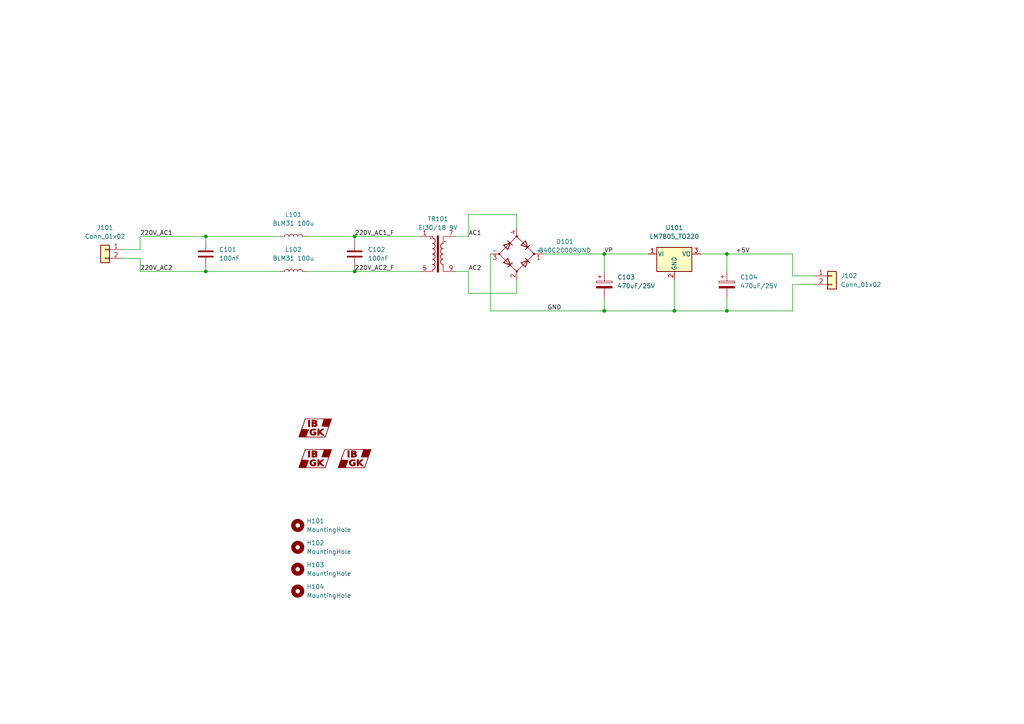
<source format=kicad_sch>
(kicad_sch (version 20211123) (generator eeschema)
  (paper "A4")
  (lib_symbols
    (symbol "00_iblogo:LOGO" (pin_names (offset 1.016))
      (symbol "LOGO_0_0"
        (polyline (pts (xy -1.524 2.6162) (xy -2.032 2.6162) (xy -2.032 0.6858) (xy -1.524 0.6858) (xy -1.524 2.6162)) (stroke (width 0.0254)) (fill (type outline)))
        (polyline (pts (xy 1.0922 -1.8288) (xy 1.1684 -1.7272) (xy 1.1938 -1.4986) (xy 1.2192 -1.143) (xy 1.6002 -1.4986) (xy 1.6764 -1.5494) (xy 1.905 -1.7526) (xy 2.1082 -1.8288) (xy 2.3114 -1.8542) (xy 2.6416 -1.8542) (xy 1.5748 -0.7874) (xy 2.0828 -0.3556) (xy 2.5654 0.0762) (xy 2.0066 0.0762) (xy 1.8034 -0.0254) (xy 1.6002 -0.2032) (xy 1.3462 -0.4572) (xy 1.2446 -0.508) (xy 1.2192 -0.508) (xy 1.1938 -0.4064) (xy 1.1684 -0.2032) (xy 1.1684 0) (xy 1.0922 0.0762) (xy 0.6604 0.0762) (xy 0.6604 -1.8542) (xy 0.9652 -1.8542) (xy 1.0922 -1.8288)) (stroke (width 0.0254)) (fill (type outline)))
        (polyline (pts (xy -0.254 -1.8288) (xy 0.0254 -1.778) (xy 0.1016 -1.7272) (xy 0.2032 -1.651) (xy 0.2286 -1.4986) (xy 0.254 -1.2192) (xy 0.254 -0.762) (xy -0.381 -0.762) (xy -0.508 -0.8128) (xy -0.508 -1.016) (xy -0.381 -1.0922) (xy -0.3302 -1.1176) (xy -0.254 -1.27) (xy -0.2794 -1.3462) (xy -0.3556 -1.4224) (xy -0.5588 -1.4478) (xy -0.7112 -1.4224) (xy -0.9398 -1.2954) (xy -1.0922 -1.0668) (xy -1.0922 -0.8128) (xy -0.9652 -0.508) (xy -0.9144 -0.4318) (xy -0.7874 -0.3556) (xy -0.6096 -0.3302) (xy -0.3302 -0.3556) (xy 0.0762 -0.3556) (xy 0.1778 -0.3048) (xy 0.2286 -0.2286) (xy 0.1778 -0.1016) (xy 0.0254 0) (xy -0.2286 0.0762) (xy -0.5334 0.0762) (xy -0.8382 0.0508) (xy -1.1176 -0.0254) (xy -1.3462 -0.2032) (xy -1.5494 -0.508) (xy -1.6256 -0.889) (xy -1.6256 -0.9144) (xy -1.5494 -1.27) (xy -1.3462 -1.5748) (xy -1.0922 -1.778) (xy -0.9398 -1.8288) (xy -0.6096 -1.8542) (xy -0.254 -1.8288)) (stroke (width 0.0254)) (fill (type outline)))
        (polyline (pts (xy 0.0254 0.7112) (xy 0.254 0.7366) (xy 0.4064 0.8382) (xy 0.4572 0.8636) (xy 0.5842 1.0922) (xy 0.5842 1.3716) (xy 0.4572 1.6002) (xy 0.4318 1.6256) (xy 0.381 1.7526) (xy 0.4572 1.905) (xy 0.5334 2.1336) (xy 0.4826 2.3622) (xy 0.2794 2.54) (xy 0.127 2.5654) (xy -0.1524 2.6162) (xy -1.016 2.6162) (xy -1.016 1.9304) (xy -0.508 1.9304) (xy -0.508 2.1844) (xy -0.4572 2.2606) (xy -0.2794 2.286) (xy -0.1016 2.2098) (xy -0.0508 2.0828) (xy -0.1016 1.9558) (xy -0.2794 1.8796) (xy -0.381 1.8796) (xy -0.508 1.9304) (xy -1.016 1.9304) (xy -1.016 1.0922) (xy -0.508 1.0922) (xy -0.508 1.4478) (xy -0.4318 1.524) (xy -0.254 1.524) (xy -0.127 1.4986) (xy 0 1.4224) (xy 0.0254 1.27) (xy 0.0254 1.1684) (xy -0.0508 1.0668) (xy -0.254 1.0414) (xy -0.4318 1.0414) (xy -0.508 1.0922) (xy -1.016 1.0922) (xy -1.016 0.6858) (xy -0.3302 0.6858) (xy 0.0254 0.7112)) (stroke (width 0.0254)) (fill (type outline)))
        (polyline (pts (xy 3.8354 0.2794) (xy 3.9878 0.6858) (xy 4.191 1.2954) (xy 4.3942 1.8288) (xy 4.5466 2.286) (xy 4.6736 2.6416) (xy 4.7752 2.8956) (xy 4.8006 2.9718) (xy 4.7498 2.9972) (xy 4.5466 2.9972) (xy 4.2164 3.0226) (xy 0.9398 3.0226) (xy -2.921 2.9972) (xy -3.8862 0.381) (xy -4.0386 -0.0254) (xy -4.0386 -0.0508) (xy -3.8862 -0.0508) (xy -3.3528 1.4478) (xy -2.8448 2.921) (xy -0.1524 2.9464) (xy 1.8288 2.9464) (xy 2.2098 2.921) (xy 2.4384 2.921) (xy 2.54 2.8956) (xy 2.5146 2.8956) (xy 2.4892 2.7686) (xy 2.4384 2.54) (xy 2.3114 2.2098) (xy 2.1844 1.8288) (xy 2.1844 1.8034) (xy 2.0574 1.4478) (xy 1.9558 1.1176) (xy 1.8796 0.9144) (xy 1.8542 0.8128) (xy 1.9304 0.7874) (xy 2.159 0.7874) (xy 2.4638 0.762) (xy 2.8702 0.7366) (xy 3.8608 0.7112) (xy 3.3528 -0.762) (xy 2.8194 -2.2352) (xy 0.1016 -2.2606) (xy -2.3368 -2.2606) (xy -2.5654 -2.2352) (xy -2.6416 -2.2352) (xy -2.6416 -2.2098) (xy -2.5908 -2.1082) (xy -2.5146 -1.8542) (xy -2.413 -1.5494) (xy -2.286 -1.1938) (xy -2.1336 -0.8382) (xy -2.0066 -0.508) (xy -1.905 -0.2286) (xy -1.905 -0.1524) (xy -1.9812 -0.1016) (xy -2.159 -0.1016) (xy -2.4384 -0.0762) (xy -2.8702 -0.0508) (xy -3.8862 -0.0508) (xy -4.0386 -0.0508) (xy -4.2418 -0.635) (xy -4.445 -1.1684) (xy -4.5974 -1.6256) (xy -4.7244 -1.9812) (xy -4.8006 -2.2098) (xy -4.826 -2.3114) (xy -4.7752 -2.3114) (xy -4.572 -2.3368) (xy -3.7338 -2.3368) (xy -3.1496 -2.3622) (xy 2.921 -2.3622) (xy 3.8354 0.2794)) (stroke (width 0.0254)) (fill (type outline)))
      )
    )
    (symbol "Connector_Generic:Conn_01x02" (pin_names (offset 1.016) hide)
      (property "Reference" "J" (at 0 2.54 0))
      (property "Value" "Conn_01x02" (at 0 -5.08 0))
      (symbol "Conn_01x02_1_1"
        (rectangle (start -1.27 -2.413) (end 0 -2.667) (stroke (width 0.1524)))
        (rectangle (start -1.27 0.127) (end 0 -0.127) (stroke (width 0.1524)))
        (rectangle (start -1.27 1.27) (end 1.27 -3.81) (stroke (width 0.254)) (fill (type background)))
        (pin passive line (at -5.08 0 0) (length 3.81) (name "Pin_1") (number "1"))
        (pin passive line (at -5.08 -2.54 0) (length 3.81) (name "Pin_2") (number "2"))
      )
    )
    (symbol "Device:C" (pin_numbers hide) (pin_names (offset 0.254))
      (property "Reference" "C" (at 0.635 2.54 0))
      (property "Value" "C" (at 0.635 -2.54 0))
      (symbol "C_0_1"
        (polyline (pts (xy -2.032 -0.762) (xy 2.032 -0.762)) (stroke (width 0.508)))
        (polyline (pts (xy -2.032 0.762) (xy 2.032 0.762)) (stroke (width 0.508)))
      )
      (symbol "C_1_1"
        (pin passive line (at 0 3.81 270) (length 2.794) (name "~") (number "1"))
        (pin passive line (at 0 -3.81 90) (length 2.794) (name "~") (number "2"))
      )
    )
    (symbol "Device:C_Polarized" (pin_numbers hide) (pin_names (offset 0.254))
      (property "Reference" "C" (at 0.635 2.54 0))
      (property "Value" "C_Polarized" (at 0.635 -2.54 0))
      (symbol "C_Polarized_0_1"
        (rectangle (start -2.286 0.508) (end 2.286 1.016))
        (polyline (pts (xy -1.778 2.286) (xy -0.762 2.286)))
        (polyline (pts (xy -1.27 2.794) (xy -1.27 1.778)))
        (rectangle (start 2.286 -0.508) (end -2.286 -1.016) (fill (type outline)))
      )
      (symbol "C_Polarized_1_1"
        (pin passive line (at 0 3.81 270) (length 2.794) (name "~") (number "1"))
        (pin passive line (at 0 -3.81 90) (length 2.794) (name "~") (number "2"))
      )
    )
    (symbol "Device:D_Bridge_+A-A" (pin_names (offset 0))
      (property "Reference" "D" (at 2.54 6.985 0))
      (property "Value" "D_Bridge_+A-A" (at 2.54 5.08 0))
      (symbol "D_Bridge_+A-A_0_1"
        (circle (center -5.08 0) (radius 0.254) (fill (type outline)))
        (circle (center 0 -5.08) (radius 0.254) (fill (type outline)))
        (polyline (pts (xy -2.54 3.81) (xy -1.27 2.54)) (stroke (width 0.254)))
        (polyline (pts (xy -1.27 -2.54) (xy -2.54 -3.81)) (stroke (width 0.254)))
        (polyline (pts (xy 2.54 -1.27) (xy 3.81 -2.54)) (stroke (width 0.254)))
        (polyline (pts (xy 2.54 1.27) (xy 3.81 2.54)) (stroke (width 0.254)))
        (polyline (pts (xy -3.81 2.54) (xy -2.54 1.27) (xy -1.905 3.175) (xy -3.81 2.54)) (stroke (width 0.254)))
        (polyline (pts (xy -2.54 -1.27) (xy -3.81 -2.54) (xy -1.905 -3.175) (xy -2.54 -1.27)) (stroke (width 0.254)))
        (polyline (pts (xy 1.27 2.54) (xy 2.54 3.81) (xy 3.175 1.905) (xy 1.27 2.54)) (stroke (width 0.254)))
        (polyline (pts (xy 3.175 -1.905) (xy 1.27 -2.54) (xy 2.54 -3.81) (xy 3.175 -1.905)) (stroke (width 0.254)))
        (polyline (pts (xy -5.08 0) (xy 0 -5.08) (xy 5.08 0) (xy 0 5.08) (xy -5.08 0)))
        (circle (center 0 5.08) (radius 0.254) (fill (type outline)))
        (circle (center 5.08 0) (radius 0.254) (fill (type outline)))
      )
      (symbol "D_Bridge_+A-A_1_1"
        (pin passive line (at 7.62 0 180) (length 2.54) (name "+") (number "1"))
        (pin passive line (at 0 -7.62 90) (length 2.54) (name "~") (number "2"))
        (pin passive line (at -7.62 0 0) (length 2.54) (name "-") (number "3"))
        (pin passive line (at 0 7.62 270) (length 2.54) (name "~") (number "4"))
      )
    )
    (symbol "Device:L" (pin_numbers hide) (pin_names (offset 1.016) hide)
      (property "Reference" "L" (at -1.27 0 90))
      (property "Value" "L" (at 1.905 0 90))
      (symbol "L_0_1"
        (arc (start 0 -2.54) (mid 0.635 -1.905) (end 0 -1.27))
        (arc (start 0 -1.27) (mid 0.635 -0.635) (end 0 0))
        (arc (start 0 0) (mid 0.635 0.635) (end 0 1.27))
        (arc (start 0 1.27) (mid 0.635 1.905) (end 0 2.54))
      )
      (symbol "L_1_1"
        (pin passive line (at 0 3.81 270) (length 1.27) (name "1") (number "1"))
        (pin passive line (at 0 -3.81 90) (length 1.27) (name "2") (number "2"))
      )
    )
    (symbol "Mechanical:MountingHole" (pin_names (offset 1.016))
      (property "Reference" "H" (at 0 5.08 0))
      (property "Value" "MountingHole" (at 0 3.175 0))
      (symbol "MountingHole_0_1"
        (circle (center 0 0) (radius 1.27) (stroke (width 1.27)))
      )
    )
    (symbol "Regulator_Linear:LM7805_TO220" (pin_names (offset 0.254))
      (property "Reference" "U" (at -3.81 3.175 0))
      (property "Value" "LM7805_TO220" (at 0 3.175 0))
      (symbol "LM7805_TO220_0_1"
        (rectangle (start -5.08 1.905) (end 5.08 -5.08) (stroke (width 0.254)) (fill (type background)))
      )
      (symbol "LM7805_TO220_1_1"
        (pin power_in line (at -7.62 0 0) (length 2.54) (name "VI") (number "1"))
        (pin power_in line (at 0 -7.62 90) (length 2.54) (name "GND") (number "2"))
        (pin power_out line (at 7.62 0 180) (length 2.54) (name "VO") (number "3"))
      )
    )
    (symbol "Transformer:TEZ2.5-D-1" (pin_names (offset 0.0254))
      (property "Reference" "TR" (at 0 6.35 0))
      (property "Value" "TEZ2.5-D-1" (at 0 -6.35 0))
      (symbol "TEZ2.5-D-1_0_1"
        (circle (center -2.032 4.572) (radius 0.127))
        (arc (start -1.524 -4.572) (mid -0.762 -3.81) (end -1.524 -3.048) (stroke (width 0.2032)))
        (arc (start -1.524 -3.048) (mid -0.762 -2.286) (end -1.524 -1.524) (stroke (width 0.2032)))
        (arc (start -1.524 -1.524) (mid -0.762 -0.762) (end -1.524 0) (stroke (width 0.2032)))
        (arc (start -1.524 0) (mid -0.762 0.762) (end -1.524 1.524) (stroke (width 0.2032)))
        (arc (start -1.524 1.524) (mid -0.762 2.286) (end -1.524 3.048) (stroke (width 0.2032)))
        (arc (start -1.524 3.048) (mid -0.762 3.81) (end -1.524 4.572) (stroke (width 0.2032)))
        (rectangle (start -0.254 5.334) (end 0.254 -5.334) (stroke (width 0.0254)) (fill (type outline)))
        (polyline (pts (xy -1.524 -4.572) (xy -1.524 -5.08) (xy -2.54 -5.08)))
        (polyline (pts (xy -1.524 4.572) (xy -1.524 5.08) (xy -2.54 5.08)))
        (polyline (pts (xy 1.524 3.048) (xy 1.524 5.08) (xy 2.54 5.08) (xy 2.54 5.08)) (stroke (width 0.1524)))
        (polyline (pts (xy 2.54 -5.08) (xy 1.524 -5.08) (xy 1.524 -3.048) (xy 1.524 -3.048)) (stroke (width 0.1524)))
        (arc (start 1.524 -1.524) (mid 0.762 -2.286) (end 1.524 -3.048) (stroke (width 0.2032)))
        (arc (start 1.524 0) (mid 0.762 -0.762) (end 1.524 -1.524) (stroke (width 0.2032)))
        (arc (start 1.524 1.524) (mid 0.762 0.762) (end 1.524 0) (stroke (width 0.2032)))
        (arc (start 1.524 3.048) (mid 0.762 2.286) (end 1.524 1.524) (stroke (width 0.2032)))
        (circle (center 2.032 3.556) (radius 0.127))
      )
      (symbol "TEZ2.5-D-1_1_1"
        (pin passive line (at -5.08 5.08 0) (length 2.54) (name "~") (number "1"))
        (pin passive line (at -5.08 -5.08 0) (length 2.54) (name "~") (number "5"))
        (pin passive line (at 5.08 5.08 180) (length 2.54) (name "~") (number "7"))
        (pin passive line (at 5.08 -5.08 180) (length 2.54) (name "~") (number "9"))
      )
    )
  )
  (junction (at 102.87 78.74))
  (junction (at 102.87 68.58))
  (junction (at 195.58 90.17))
  (junction (at 175.26 90.17))
  (junction (at 59.69 68.58))
  (junction (at 59.69 78.74))
  (junction (at 210.82 90.17))
  (junction (at 175.26 73.66))
  (junction (at 210.82 73.66))
  (wire (pts (xy 195.58 81.28) (xy 195.58 90.17)))
  (wire (pts (xy 135.89 85.09) (xy 135.89 78.74)))
  (wire (pts (xy 149.86 81.28) (xy 149.86 85.09)))
  (wire (pts (xy 229.87 82.55) (xy 236.22 82.55)))
  (wire (pts (xy 102.87 68.58) (xy 102.87 69.85)))
  (wire (pts (xy 88.9 78.74) (xy 102.87 78.74)))
  (wire (pts (xy 59.69 77.47) (xy 59.69 78.74)))
  (wire (pts (xy 210.82 86.36) (xy 210.82 90.17)))
  (wire (pts (xy 236.22 80.01) (xy 229.87 80.01)))
  (wire (pts (xy 149.86 66.04) (xy 149.86 62.23)))
  (wire (pts (xy 229.87 90.17) (xy 229.87 82.55)))
  (wire (pts (xy 157.48 73.66) (xy 175.26 73.66)))
  (wire (pts (xy 175.26 73.66) (xy 175.26 78.74)))
  (wire (pts (xy 102.87 77.47) (xy 102.87 78.74)))
  (wire (pts (xy 59.69 78.74) (xy 81.28 78.74)))
  (wire (pts (xy 40.64 78.74) (xy 59.69 78.74)))
  (wire (pts (xy 40.64 72.39) (xy 35.56 72.39)))
  (wire (pts (xy 59.69 68.58) (xy 40.64 68.58)))
  (wire (pts (xy 175.26 90.17) (xy 195.58 90.17)))
  (wire (pts (xy 175.26 86.36) (xy 175.26 90.17)))
  (wire (pts (xy 142.24 90.17) (xy 175.26 90.17)))
  (wire (pts (xy 195.58 90.17) (xy 210.82 90.17)))
  (wire (pts (xy 210.82 73.66) (xy 210.82 78.74)))
  (wire (pts (xy 149.86 85.09) (xy 135.89 85.09)))
  (wire (pts (xy 40.64 68.58) (xy 40.64 72.39)))
  (wire (pts (xy 40.64 74.93) (xy 40.64 78.74)))
  (wire (pts (xy 132.08 78.74) (xy 135.89 78.74)))
  (wire (pts (xy 88.9 68.58) (xy 102.87 68.58)))
  (wire (pts (xy 102.87 68.58) (xy 121.92 68.58)))
  (wire (pts (xy 149.86 62.23) (xy 135.89 62.23)))
  (wire (pts (xy 210.82 90.17) (xy 229.87 90.17)))
  (wire (pts (xy 175.26 73.66) (xy 187.96 73.66)))
  (wire (pts (xy 135.89 62.23) (xy 135.89 68.58)))
  (wire (pts (xy 203.2 73.66) (xy 210.82 73.66)))
  (wire (pts (xy 229.87 73.66) (xy 210.82 73.66)))
  (wire (pts (xy 102.87 78.74) (xy 121.92 78.74)))
  (wire (pts (xy 59.69 68.58) (xy 59.69 69.85)))
  (wire (pts (xy 142.24 73.66) (xy 142.24 90.17)))
  (wire (pts (xy 229.87 80.01) (xy 229.87 73.66)))
  (wire (pts (xy 35.56 74.93) (xy 40.64 74.93)))
  (wire (pts (xy 59.69 68.58) (xy 81.28 68.58)))
  (wire (pts (xy 132.08 68.58) (xy 135.89 68.58)))
  (label "220V_AC2" (at 40.64 78.74 0))
  (label "VP" (at 175.26 73.66 0))
  (label "220V_AC2_F" (at 102.87 78.74 0))
  (label "GND" (at 158.75 90.17 0))
  (label "220V_AC1" (at 40.64 68.58 0))
  (label "AC2" (at 135.89 78.74 0))
  (label "220V_AC1_F" (at 102.87 68.58 0))
  (label "AC1" (at 135.89 68.58 0))
  (label "+5V" (at 213.36 73.66 0))
  (symbol (lib_id "Mechanical:MountingHole") (at 86.36 152.4 0) (unit 1)
    (property "Reference" "H101" (at 88.9 151.1299 0) (effects (justify left)))
    (property "Value" "MountingHole" (at 88.9 153.6699 0) (effects (justify left)))
    (property "Footprint" "MountingHole:MountingHole_3.2mm_M3_Pad" (effects hide))
  )
  (symbol (lib_id "00_iblogo:LOGO") (at 91.44 133.35 0) (unit 1)
    (property "Reference" "G102" (effects hide))
    (property "Value" "LOGO" (effects hide))
    (property "Footprint" "00_ibgk:iblogo_Cu" (effects hide))
  )
  (symbol (lib_id "Mechanical:MountingHole") (at 86.36 171.45 0) (unit 1)
    (property "Reference" "H104" (at 88.9 170.1799 0) (effects (justify left)))
    (property "Value" "MountingHole" (at 88.9 172.7199 0) (effects (justify left)))
    (property "Footprint" "MountingHole:MountingHole_3.2mm_M3_Pad" (effects hide))
  )
  (symbol (lib_id "Device:C") (at 102.87 73.66 0) (unit 1)
    (property "Reference" "C102" (at 106.68 72.3899 0) (effects (justify left)))
    (property "Value" "100nF" (at 106.68 74.9299 0) (effects (justify left)))
    (property "Footprint" "00_footprints:C_Rect_L18.0mm_W9.0mm_P15.00mm_FKS3_FKP3" (effects hide))
    (property "Reference" "C102" (effects hide))
    (property "Value" "100nF" (effects hide))
  )
  (symbol (lib_id "00_iblogo:LOGO") (at 102.87 133.35 0) (unit 1)
    (property "Reference" "G103" (effects hide))
    (property "Value" "LOGO" (effects hide))
    (property "Footprint" "00_ibgk:iblogo_Cu" (effects hide))
  )
  (symbol (lib_id "Device:L") (at 85.09 68.58 90) (unit 1)
    (property "Reference" "L101" (at 85.09 62.23 90))
    (property "Value" "BLM31 100u" (at 85.09 64.77 90))
    (property "Footprint" "Inductor_SMD:L_1206_3216Metric_Pad1.22x1.90mm_HandSolder" (effects hide))
    (property "Reference" "L101" (effects hide))
    (property "Value" "BLM31 100u" (effects hide))
  )
  (symbol (lib_id "Device:D_Bridge_+A-A") (at 149.86 73.66 0) (unit 1)
    (property "Reference" "D101" (at 163.83 70.0786 0))
    (property "Value" "B40C2000RUND" (at 163.83 72.6186 0))
    (property "Footprint" "Diode_THT:Diode_Bridge_Round_D9.0mm" (effects hide))
    (property "Reference" "D101" (effects hide))
    (property "Value" "B40C2000RUND" (effects hide))
  )
  (symbol (lib_id "Mechanical:MountingHole") (at 86.36 165.1 0) (unit 1)
    (property "Reference" "H103" (at 88.9 163.8299 0) (effects (justify left)))
    (property "Value" "MountingHole" (at 88.9 166.3699 0) (effects (justify left)))
    (property "Footprint" "MountingHole:MountingHole_3.2mm_M3_Pad" (effects hide))
  )
  (symbol (lib_id "Connector_Generic:Conn_01x02") (at 241.3 80.01 0) (unit 1)
    (property "Reference" "J102" (at 243.84 80.0099 0) (effects (justify left)))
    (property "Value" "Conn_01x02" (at 243.84 82.5499 0) (effects (justify left)))
    (property "Footprint" "Connector_Phoenix_GMSTB:PhoenixContact_GMSTBA_2,5_2-G-7,62_1x02_P7.62mm_Horizontal" (effects hide))
    (property "Reference" "J102" (effects hide))
    (property "Value" "Conn_01x02" (effects hide))
  )
  (symbol (lib_id "Mechanical:MountingHole") (at 86.36 158.75 0) (unit 1)
    (property "Reference" "H102" (at 88.9 157.4799 0) (effects (justify left)))
    (property "Value" "MountingHole" (at 88.9 160.0199 0) (effects (justify left)))
    (property "Footprint" "MountingHole:MountingHole_3.2mm_M3_Pad" (effects hide))
  )
  (symbol (lib_id "00_iblogo:LOGO") (at 91.44 124.46 0) (unit 1)
    (property "Reference" "G101" (effects hide))
    (property "Value" "LOGO" (effects hide))
    (property "Footprint" "00_ibgk:iblogo" (effects hide))
  )
  (symbol (lib_id "Device:L") (at 85.09 78.74 90) (unit 1)
    (property "Reference" "L102" (at 85.09 72.39 90))
    (property "Value" "BLM31 100u" (at 85.09 74.93 90))
    (property "Footprint" "Inductor_SMD:L_1206_3216Metric_Pad1.22x1.90mm_HandSolder" (effects hide))
  )
  (symbol (lib_id "Device:C_Polarized") (at 175.26 82.55 0) (unit 1)
    (property "Reference" "C103" (at 179.07 80.3909 0) (effects (justify left)))
    (property "Value" "470uF/25V" (at 179.07 82.9309 0) (effects (justify left)))
    (property "Footprint" "Capacitor_THT:C_Radial_D8.0mm_H11.5mm_P3.50mm" (effects hide))
    (property "Reference" "C103" (effects hide))
    (property "Value" "470uF/25V" (effects hide))
  )
  (symbol (lib_id "Connector_Generic:Conn_01x02") (at 30.48 72.39 0) (mirror y) (unit 1)
    (property "Reference" "J101" (at 30.48 66.04 0))
    (property "Value" "Conn_01x02" (at 30.48 68.58 0))
    (property "Footprint" "Connector_Phoenix_GMSTB:PhoenixContact_GMSTBA_2,5_2-G-7,62_1x02_P7.62mm_Horizontal" (effects hide))
    (property "Reference" "J101" (effects hide))
    (property "Value" "Conn_01x02" (effects hide))
  )
  (symbol (lib_id "Regulator_Linear:LM7805_TO220") (at 195.58 73.66 0) (unit 1)
    (property "Reference" "U101" (at 195.58 66.04 0))
    (property "Value" "LM7805_TO220" (at 195.58 68.58 0))
    (property "Footprint" "Package_TO_SOT_THT:TO-220-3_Vertical" (effects hide))
    (property "Reference" "U101" (effects hide))
    (property "Value" "LM7805_TO220" (effects hide))
  )
  (symbol (lib_id "Device:C_Polarized") (at 210.82 82.55 0) (unit 1)
    (property "Reference" "C104" (at 214.63 80.3909 0) (effects (justify left)))
    (property "Value" "470uF/25V" (at 214.63 82.9309 0) (effects (justify left)))
    (property "Footprint" "Capacitor_THT:C_Radial_D8.0mm_H11.5mm_P3.50mm" (effects hide))
  )
  (symbol (lib_id "Transformer:TEZ2.5-D-1") (at 127 73.66 0) (unit 1)
    (property "Reference" "TR101" (at 127.0381 63.5 0))
    (property "Value" "EI30/18 9V" (at 127.0381 66.04 0))
    (property "Footprint" "00_footprints:Transformer_CHK_EI30-2VA_1xSec" (effects hide))
    (property "Datasheet" "http://www.breve.pl/pdf/ANG/TEZ_ang.pdf" (effects hide))
  )
  (symbol (lib_id "Device:C") (at 59.69 73.66 0) (unit 1)
    (property "Reference" "C101" (at 63.5 72.3899 0) (effects (justify left)))
    (property "Value" "100nF" (at 63.5 74.9299 0) (effects (justify left)))
    (property "Footprint" "00_footprints:C_Rect_L18.0mm_W9.0mm_P15.00mm_FKS3_FKP3" (effects hide))
  )
)
</source>
